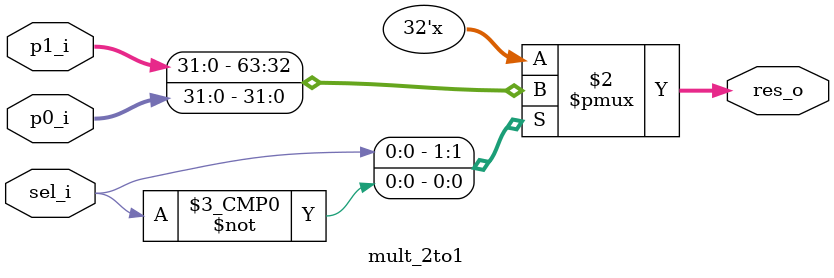
<source format=sv>
module mult_2to1 (
	input [31:0] p0_i,
	input [31:0] p1_i,
	input sel_i,
	output logic [31:0] res_o
);

always_comb
	case (sel_i)
		1'b1: res_o = p1_i;
		1'b0: res_o = p0_i;
	endcase
endmodule

</source>
